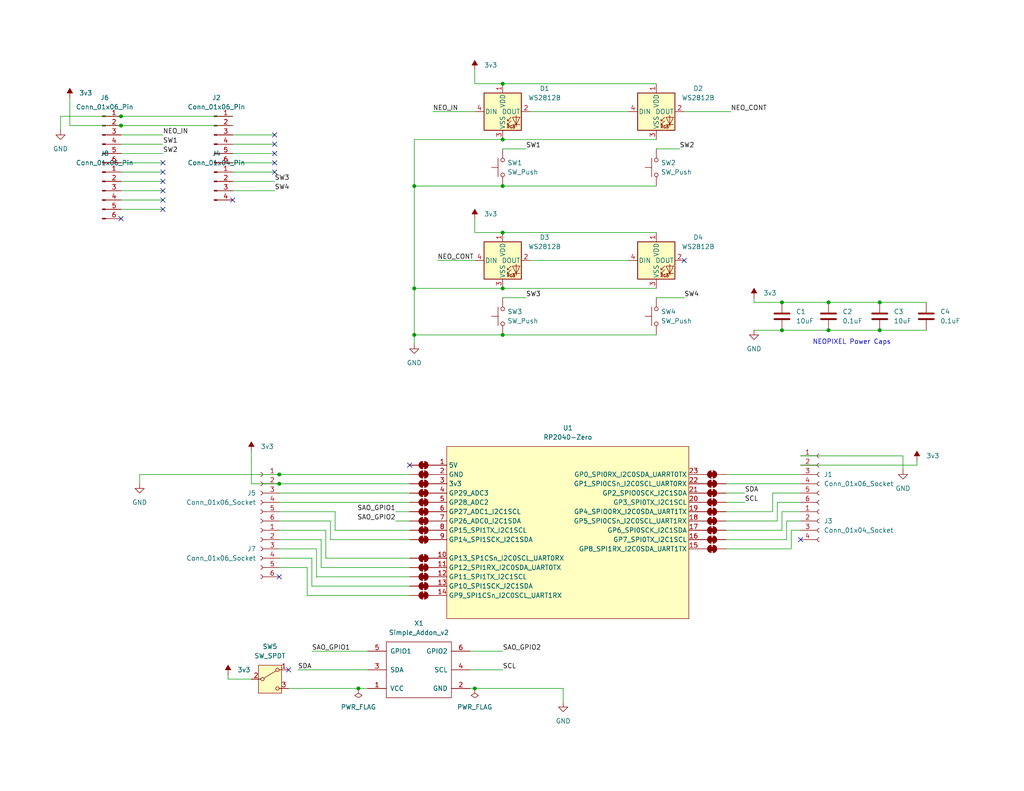
<source format=kicad_sch>
(kicad_sch (version 20231120) (generator "eeschema") (generator_version "8.0")
  (paper "A")
  (lib_symbols
    (symbol "Connector:Conn_01x04_Pin" (pin_names (offset 1.016) hide)
      (property "Reference" "J" (at 0 5.08 0))
      (property "Value" "Conn_01x04_Pin" (at 0 -7.62 0))
      (symbol "Conn_01x04_Pin_1_1"
        (polyline (pts (xy 1.27 -5.08) (xy 0.8636 -5.08)) (stroke (width 0.1524)))
        (polyline (pts (xy 1.27 -2.54) (xy 0.8636 -2.54)) (stroke (width 0.1524)))
        (polyline (pts (xy 1.27 0) (xy 0.8636 0)) (stroke (width 0.1524)))
        (polyline (pts (xy 1.27 2.54) (xy 0.8636 2.54)) (stroke (width 0.1524)))
        (rectangle (start 0.8636 -4.953) (end 0 -5.207) (stroke (width 0.1524)) (fill (type outline)))
        (rectangle (start 0.8636 -2.413) (end 0 -2.667) (stroke (width 0.1524)) (fill (type outline)))
        (rectangle (start 0.8636 0.127) (end 0 -0.127) (stroke (width 0.1524)) (fill (type outline)))
        (rectangle (start 0.8636 2.667) (end 0 2.413) (stroke (width 0.1524)) (fill (type outline)))
        (pin passive line (at 5.08 2.54 180) (length 3.81) (name "Pin_1") (number "1"))
        (pin passive line (at 5.08 0 180) (length 3.81) (name "Pin_2") (number "2"))
        (pin passive line (at 5.08 -2.54 180) (length 3.81) (name "Pin_3") (number "3"))
        (pin passive line (at 5.08 -5.08 180) (length 3.81) (name "Pin_4") (number "4"))
      )
    )
    (symbol "Connector:Conn_01x04_Socket" (pin_names (offset 1.016) hide)
      (property "Reference" "J" (at 0 5.08 0))
      (property "Value" "Conn_01x04_Socket" (at 0 -7.62 0))
      (symbol "Conn_01x04_Socket_1_1"
        (arc (start 0 -4.572) (mid -0.5058 -5.08) (end 0 -5.588) (stroke (width 0.1524)))
        (arc (start 0 -2.032) (mid -0.5058 -2.54) (end 0 -3.048) (stroke (width 0.1524)))
        (polyline (pts (xy -1.27 -5.08) (xy -0.508 -5.08)) (stroke (width 0.1524)))
        (polyline (pts (xy -1.27 -2.54) (xy -0.508 -2.54)) (stroke (width 0.1524)))
        (polyline (pts (xy -1.27 0) (xy -0.508 0)) (stroke (width 0.1524)))
        (polyline (pts (xy -1.27 2.54) (xy -0.508 2.54)) (stroke (width 0.1524)))
        (arc (start 0 0.508) (mid -0.5058 0) (end 0 -0.508) (stroke (width 0.1524)))
        (arc (start 0 3.048) (mid -0.5058 2.54) (end 0 2.032) (stroke (width 0.1524)))
        (pin passive line (at -5.08 2.54 0) (length 3.81) (name "Pin_1") (number "1"))
        (pin passive line (at -5.08 0 0) (length 3.81) (name "Pin_2") (number "2"))
        (pin passive line (at -5.08 -2.54 0) (length 3.81) (name "Pin_3") (number "3"))
        (pin passive line (at -5.08 -5.08 0) (length 3.81) (name "Pin_4") (number "4"))
      )
    )
    (symbol "Connector:Conn_01x06_Pin" (pin_names (offset 1.016) hide)
      (property "Reference" "J" (at 0 7.62 0))
      (property "Value" "Conn_01x06_Pin" (at 0 -10.16 0))
      (symbol "Conn_01x06_Pin_1_1"
        (polyline (pts (xy 1.27 -7.62) (xy 0.8636 -7.62)) (stroke (width 0.1524)))
        (polyline (pts (xy 1.27 -5.08) (xy 0.8636 -5.08)) (stroke (width 0.1524)))
        (polyline (pts (xy 1.27 -2.54) (xy 0.8636 -2.54)) (stroke (width 0.1524)))
        (polyline (pts (xy 1.27 0) (xy 0.8636 0)) (stroke (width 0.1524)))
        (polyline (pts (xy 1.27 2.54) (xy 0.8636 2.54)) (stroke (width 0.1524)))
        (polyline (pts (xy 1.27 5.08) (xy 0.8636 5.08)) (stroke (width 0.1524)))
        (rectangle (start 0.8636 -7.493) (end 0 -7.747) (stroke (width 0.1524)) (fill (type outline)))
        (rectangle (start 0.8636 -4.953) (end 0 -5.207) (stroke (width 0.1524)) (fill (type outline)))
        (rectangle (start 0.8636 -2.413) (end 0 -2.667) (stroke (width 0.1524)) (fill (type outline)))
        (rectangle (start 0.8636 0.127) (end 0 -0.127) (stroke (width 0.1524)) (fill (type outline)))
        (rectangle (start 0.8636 2.667) (end 0 2.413) (stroke (width 0.1524)) (fill (type outline)))
        (rectangle (start 0.8636 5.207) (end 0 4.953) (stroke (width 0.1524)) (fill (type outline)))
        (pin passive line (at 5.08 5.08 180) (length 3.81) (name "Pin_1") (number "1"))
        (pin passive line (at 5.08 2.54 180) (length 3.81) (name "Pin_2") (number "2"))
        (pin passive line (at 5.08 0 180) (length 3.81) (name "Pin_3") (number "3"))
        (pin passive line (at 5.08 -2.54 180) (length 3.81) (name "Pin_4") (number "4"))
        (pin passive line (at 5.08 -5.08 180) (length 3.81) (name "Pin_5") (number "5"))
        (pin passive line (at 5.08 -7.62 180) (length 3.81) (name "Pin_6") (number "6"))
      )
    )
    (symbol "Connector:Conn_01x06_Socket" (pin_names (offset 1.016) hide)
      (property "Reference" "J" (at 0 7.62 0))
      (property "Value" "Conn_01x06_Socket" (at 0 -10.16 0))
      (symbol "Conn_01x06_Socket_1_1"
        (arc (start 0 -7.112) (mid -0.5058 -7.62) (end 0 -8.128) (stroke (width 0.1524)))
        (arc (start 0 -4.572) (mid -0.5058 -5.08) (end 0 -5.588) (stroke (width 0.1524)))
        (arc (start 0 -2.032) (mid -0.5058 -2.54) (end 0 -3.048) (stroke (width 0.1524)))
        (polyline (pts (xy -1.27 -7.62) (xy -0.508 -7.62)) (stroke (width 0.1524)))
        (polyline (pts (xy -1.27 -5.08) (xy -0.508 -5.08)) (stroke (width 0.1524)))
        (polyline (pts (xy -1.27 -2.54) (xy -0.508 -2.54)) (stroke (width 0.1524)))
        (polyline (pts (xy -1.27 0) (xy -0.508 0)) (stroke (width 0.1524)))
        (polyline (pts (xy -1.27 2.54) (xy -0.508 2.54)) (stroke (width 0.1524)))
        (polyline (pts (xy -1.27 5.08) (xy -0.508 5.08)) (stroke (width 0.1524)))
        (arc (start 0 0.508) (mid -0.5058 0) (end 0 -0.508) (stroke (width 0.1524)))
        (arc (start 0 3.048) (mid -0.5058 2.54) (end 0 2.032) (stroke (width 0.1524)))
        (arc (start 0 5.588) (mid -0.5058 5.08) (end 0 4.572) (stroke (width 0.1524)))
        (pin passive line (at -5.08 5.08 0) (length 3.81) (name "Pin_1") (number "1"))
        (pin passive line (at -5.08 2.54 0) (length 3.81) (name "Pin_2") (number "2"))
        (pin passive line (at -5.08 0 0) (length 3.81) (name "Pin_3") (number "3"))
        (pin passive line (at -5.08 -2.54 0) (length 3.81) (name "Pin_4") (number "4"))
        (pin passive line (at -5.08 -5.08 0) (length 3.81) (name "Pin_5") (number "5"))
        (pin passive line (at -5.08 -7.62 0) (length 3.81) (name "Pin_6") (number "6"))
      )
    )
    (symbol "Device:C" (pin_numbers hide) (pin_names (offset 0.254))
      (property "Reference" "C" (at 0.635 2.54 0))
      (property "Value" "C" (at 0.635 -2.54 0))
      (symbol "C_0_1"
        (polyline (pts (xy -2.032 -0.762) (xy 2.032 -0.762)) (stroke (width 0.508)))
        (polyline (pts (xy -2.032 0.762) (xy 2.032 0.762)) (stroke (width 0.508)))
      )
      (symbol "C_1_1"
        (pin passive line (at 0 3.81 270) (length 2.794) (name "~") (number "1"))
        (pin passive line (at 0 -3.81 90) (length 2.794) (name "~") (number "2"))
      )
    )
    (symbol "Jumper:SolderJumper_2_Bridged" (pin_numbers hide) (pin_names (offset 0) hide) (exclude_from_sim yes) (in_bom no)
      (property "Reference" "JP" (at 0 2.032 0))
      (property "Value" "SolderJumper_2_Bridged" (at 0 -2.54 0))
      (symbol "SolderJumper_2_Bridged_0_1"
        (rectangle (start -0.508 0.508) (end 0.508 -0.508) (fill (type outline)))
        (arc (start -0.254 1.016) (mid -1.2656 0) (end -0.254 -1.016))
        (arc (start -0.254 1.016) (mid -1.2656 0) (end -0.254 -1.016) (fill (type outline)))
        (polyline (pts (xy -0.254 1.016) (xy -0.254 -1.016)))
        (polyline (pts (xy 0.254 1.016) (xy 0.254 -1.016)))
        (arc (start 0.254 -1.016) (mid 1.2656 0) (end 0.254 1.016))
        (arc (start 0.254 -1.016) (mid 1.2656 0) (end 0.254 1.016) (fill (type outline)))
      )
      (symbol "SolderJumper_2_Bridged_1_1"
        (pin passive line (at -3.81 0 0) (length 2.54) (name "A") (number "1"))
        (pin passive line (at 3.81 0 180) (length 2.54) (name "B") (number "2"))
      )
    )
    (symbol "LED:WS2812B" (pin_names (offset 0.254))
      (property "Reference" "D" (at 5.08 5.715 0))
      (property "Value" "WS2812B" (at 1.27 -5.715 0))
      (symbol "WS2812B_0_0"
        (text "RGB" (at 2.286 -4.191 0) (effects (font (size 0.762 0.762))))
      )
      (symbol "WS2812B_0_1"
        (polyline (pts (xy 1.27 -3.556) (xy 1.778 -3.556)))
        (polyline (pts (xy 1.27 -2.54) (xy 1.778 -2.54)))
        (polyline (pts (xy 4.699 -3.556) (xy 2.667 -3.556)))
        (polyline (pts (xy 2.286 -2.54) (xy 1.27 -3.556) (xy 1.27 -3.048)))
        (polyline (pts (xy 2.286 -1.524) (xy 1.27 -2.54) (xy 1.27 -2.032)))
        (polyline (pts (xy 3.683 -1.016) (xy 3.683 -3.556) (xy 3.683 -4.064)))
        (polyline (pts (xy 4.699 -1.524) (xy 2.667 -1.524) (xy 3.683 -3.556) (xy 4.699 -1.524)))
        (rectangle (start 5.08 5.08) (end -5.08 -5.08) (stroke (width 0.254)) (fill (type background)))
      )
      (symbol "WS2812B_1_1"
        (pin power_in line (at 0 7.62 270) (length 2.54) (name "VDD") (number "1"))
        (pin output line (at 7.62 0 180) (length 2.54) (name "DOUT") (number "2"))
        (pin power_in line (at 0 -7.62 90) (length 2.54) (name "VSS") (number "3"))
        (pin input line (at -7.62 0 0) (length 2.54) (name "DIN") (number "4"))
      )
    )
    (symbol "Simple_Addon_v2:Simple_Addon_v2" (pin_names (offset 1.016))
      (property "Reference" "X" (at 0 0 0))
      (property "Value" "Simple_Addon_v2" (at 0 20.32 0))
      (symbol "Simple_Addon_v2_0_1"
        (rectangle (start -7.62 8.89) (end 7.62 -8.89))
      )
      (symbol "Simple_Addon_v2_1_1"
        (pin input line (at -5.08 13.97 270) (length 5.08) (name "VCC") (number "1"))
        (pin input line (at -5.08 -13.97 90) (length 5.08) (name "GND") (number "2"))
        (pin input line (at 0 13.97 270) (length 5.08) (name "SDA") (number "3"))
        (pin input line (at 0 -13.97 90) (length 5.08) (name "SCL") (number "4"))
        (pin input line (at 5.08 13.97 270) (length 5.08) (name "GPIO1") (number "5"))
        (pin input line (at 5.08 -13.97 90) (length 5.08) (name "GPIO2") (number "6"))
      )
    )
    (symbol "Switch:SW_Push" (pin_numbers hide) (pin_names (offset 1.016) hide)
      (property "Reference" "SW" (at 1.27 2.54 0))
      (property "Value" "SW_Push" (at 0 -1.524 0))
      (symbol "SW_Push_0_1"
        (circle (center -2.032 0) (radius 0.508))
        (polyline (pts (xy 0 1.27) (xy 0 3.048)))
        (polyline (pts (xy 2.54 1.27) (xy -2.54 1.27)))
        (circle (center 2.032 0) (radius 0.508))
        (pin passive line (at -5.08 0 0) (length 2.54) (name "1") (number "1"))
        (pin passive line (at 5.08 0 180) (length 2.54) (name "2") (number "2"))
      )
    )
    (symbol "Switch:SW_SPDT" (pin_names (offset 0) hide)
      (property "Reference" "SW" (at 0 5.08 0))
      (property "Value" "SW_SPDT" (at 0 -5.08 0))
      (symbol "SW_SPDT_0_1"
        (circle (center -2.032 0) (radius 0.4572))
        (polyline (pts (xy -1.651 0.254) (xy 1.651 2.286)))
        (circle (center 2.032 -2.54) (radius 0.4572))
        (circle (center 2.032 2.54) (radius 0.4572))
      )
      (symbol "SW_SPDT_1_1"
        (rectangle (start -3.175 3.81) (end 3.175 -3.81) (fill (type background)))
        (pin passive line (at 5.08 2.54 180) (length 2.54) (name "A") (number "1"))
        (pin passive line (at -5.08 0 0) (length 2.54) (name "B") (number "2"))
        (pin passive line (at 5.08 -2.54 180) (length 2.54) (name "C") (number "3"))
      )
    )
    (symbol "WaveShare-RP2040:RP2040-Zero"
      (property "Reference" "U" (at -2.286 24.638 0))
      (property "Value" "RP2040-Zero" (at -0.254 -28.194 0))
      (symbol "RP2040-Zero_1_1"
        (rectangle (start -30.48 22.86) (end 35.56 -24.13) (fill (type background)))
        (pin power_in line (at -33.02 17.78 0) (length 2.54) (name "5V") (number "1"))
        (pin bidirectional line (at -33.02 -7.62 0) (length 2.54) (name "GP13_SP1CSn_I2C0SCL_UART0RX") (number "10"))
        (pin bidirectional line (at -33.02 -10.16 0) (length 2.54) (name "GP12_SPI1RX_I2C0SDA_UART0TX") (number "11"))
        (pin bidirectional line (at -33.02 -12.7 0) (length 2.54) (name "GP11_SPI1TX_I2C1SCL") (number "12"))
        (pin bidirectional line (at -33.02 -15.24 0) (length 2.54) (name "GP10_SPI1SCK_I2C1SDA") (number "13"))
        (pin bidirectional line (at -33.02 -17.78 0) (length 2.54) (name "GP9_SPI1CSn_I2C0SCL_UART1RX") (number "14"))
        (pin bidirectional line (at 38.1 -5.08 180) (length 2.54) (name "GP8_SPI1RX_I2C0SDA_UART1TX") (number "15"))
        (pin bidirectional line (at 38.1 -2.54 180) (length 2.54) (name "GP7_SPI0TX_I2C1SCL") (number "16"))
        (pin bidirectional line (at 38.1 0 180) (length 2.54) (name "GP6_SPI0SCK_I2C1SDA") (number "17"))
        (pin bidirectional line (at 38.1 2.54 180) (length 2.54) (name "GP5_SPI0CSn_I2C0SCL_UART1RX") (number "18"))
        (pin bidirectional line (at 38.1 5.08 180) (length 2.54) (name "GP4_SPIO0RX_I2C0SDA_UART1TX") (number "19"))
        (pin power_in line (at -33.02 15.24 0) (length 2.54) (name "GND") (number "2"))
        (pin bidirectional line (at 38.1 7.62 180) (length 2.54) (name "GP3_SPI0TX_I2C1SCL") (number "20"))
        (pin bidirectional line (at 38.1 10.16 180) (length 2.54) (name "GP2_SPIO0SCK_I2C1SDA") (number "21"))
        (pin bidirectional line (at 38.1 12.7 180) (length 2.54) (name "GP1_SPI0CSn_I2C0SCL_UART0RX") (number "22"))
        (pin bidirectional line (at 38.1 15.24 180) (length 2.54) (name "GP0_SPI0RX_I2C0SDA_UARRT0TX") (number "23"))
        (pin power_in line (at -33.02 12.7 0) (length 2.54) (name "3v3") (number "3"))
        (pin bidirectional line (at -33.02 10.16 0) (length 2.54) (name "GP29_ADC3") (number "4"))
        (pin bidirectional line (at -33.02 7.62 0) (length 2.54) (name "GP28_ADC2") (number "5"))
        (pin bidirectional line (at -33.02 5.08 0) (length 2.54) (name "GP27_ADC1_I2C1SCL") (number "6"))
        (pin bidirectional line (at -33.02 2.54 0) (length 2.54) (name "GP26_ADC0_I2C1SDA") (number "7"))
        (pin bidirectional line (at -33.02 0 0) (length 2.54) (name "GP15_SPI1TX_I2C1SCL") (number "8"))
        (pin bidirectional line (at -33.02 -2.54 0) (length 2.54) (name "GP14_SPI1SCK_I2C1SDA") (number "9"))
      )
    )
    (symbol "power:GND" (power) (pin_numbers hide) (pin_names (offset 0) hide)
      (property "Value" "GND" (at 0 -3.81 0))
      (symbol "GND_0_1"
        (polyline (pts (xy 0 0) (xy 0 -1.27) (xy 1.27 -1.27) (xy 0 -2.54) (xy -1.27 -1.27) (xy 0 -1.27)))
      )
      (symbol "GND_1_1"
        (pin power_in line (at 0 0 270) (length 0) (name "~") (number "1"))
      )
    )
    (symbol "power:PWR_FLAG" (power) (pin_numbers hide) (pin_names (offset 0) hide)
      (property "Value" "PWR_FLAG" (at 0 3.81 0))
      (symbol "PWR_FLAG_0_0"
        (pin power_out line (at 0 0 90) (length 0) (name "~") (number "1"))
      )
      (symbol "PWR_FLAG_0_1"
        (polyline (pts (xy 0 0) (xy 0 1.27) (xy -1.016 1.905) (xy 0 2.54) (xy 1.016 1.905) (xy 0 1.27)))
      )
    )
    (symbol "power:VS" (power) (pin_numbers hide) (pin_names (offset 0) hide)
      (property "Value" "VS" (at 0 3.556 0))
      (symbol "VS_0_1"
        (polyline (pts (xy 0 0) (xy 0 2.54)))
        (polyline (pts (xy 0.762 1.27) (xy -0.762 1.27) (xy 0 2.54) (xy 0.762 1.27)) (fill (type outline)))
      )
      (symbol "VS_1_1"
        (pin power_in line (at 0 0 90) (length 0) (name "~") (number "1"))
      )
    )
  )
  (junction (at 76.2 132.08))
  (junction (at 137.16 91.44))
  (junction (at 226.06 82.55))
  (junction (at 226.06 90.17))
  (junction (at 240.03 82.55))
  (junction (at 113.03 91.44))
  (junction (at 129.54 187.96))
  (junction (at 213.36 90.17))
  (junction (at 33.02 31.75))
  (junction (at 33.02 34.29))
  (junction (at 137.16 22.86))
  (junction (at 137.16 78.74))
  (junction (at 240.03 90.17))
  (junction (at 137.16 63.5))
  (junction (at 137.16 50.8))
  (junction (at 97.79 187.96))
  (junction (at 137.16 38.1))
  (junction (at 76.2 129.54))
  (junction (at 113.03 78.74))
  (junction (at 113.03 50.8))
  (junction (at 213.36 82.55))
  (no_connect (at 44.45 57.15))
  (no_connect (at 33.02 59.69))
  (no_connect (at 63.5 54.61))
  (no_connect (at 44.45 46.99))
  (no_connect (at -41.91 83.82))
  (no_connect (at 44.45 52.07))
  (no_connect (at 44.45 49.53))
  (no_connect (at 74.93 36.83))
  (no_connect (at 74.93 46.99))
  (no_connect (at 74.93 39.37))
  (no_connect (at 186.69 71.12))
  (no_connect (at 44.45 44.45))
  (no_connect (at 78.74 182.88))
  (no_connect (at 74.93 41.91))
  (no_connect (at 74.93 44.45))
  (no_connect (at 111.76 127))
  (no_connect (at 44.45 54.61))
  (no_connect (at 218.44 147.32))
  (no_connect (at 76.2 157.48))
  (wire (pts (xy 76.2 132.08) (xy 111.76 132.08)))
  (wire (pts (xy 100.33 187.96) (xy 97.79 187.96)))
  (wire (pts (xy 76.2 134.62) (xy 111.76 134.62)))
  (wire (pts (xy 33.02 57.15) (xy 44.45 57.15)))
  (wire (pts (xy 76.2 142.24) (xy 90.17 142.24)))
  (wire (pts (xy 33.02 54.61) (xy 44.45 54.61)))
  (wire (pts (xy 129.54 59.69) (xy 129.54 63.5)))
  (wire (pts (xy 33.02 34.29) (xy 63.5 34.29)))
  (wire (pts (xy 198.12 149.86) (xy 215.9 149.86)))
  (wire (pts (xy 16.51 31.75) (xy 16.51 35.56)))
  (wire (pts (xy 198.12 137.16) (xy 203.2 137.16)))
  (wire (pts (xy 137.16 81.28) (xy 143.51 81.28)))
  (wire (pts (xy 76.2 149.86) (xy 86.36 149.86)))
  (wire (pts (xy 214.63 142.24) (xy 214.63 147.32)))
  (wire (pts (xy 113.03 91.44) (xy 137.16 91.44)))
  (wire (pts (xy 186.69 30.48) (xy 199.39 30.48)))
  (wire (pts (xy 86.36 157.48) (xy 111.76 157.48)))
  (wire (pts (xy 179.07 22.86) (xy 137.16 22.86)))
  (wire (pts (xy 205.74 82.55) (xy 205.74 81.28)))
  (wire (pts (xy 63.5 52.07) (xy 74.93 52.07)))
  (wire (pts (xy 153.67 187.96) (xy 153.67 191.77)))
  (wire (pts (xy 240.03 90.17) (xy 252.73 90.17)))
  (wire (pts (xy 205.74 90.17) (xy 213.36 90.17)))
  (wire (pts (xy 215.9 149.86) (xy 215.9 144.78)))
  (wire (pts (xy 33.02 46.99) (xy 44.45 46.99)))
  (wire (pts (xy 62.23 184.15) (xy 62.23 185.42)))
  (wire (pts (xy 68.58 185.42) (xy 62.23 185.42)))
  (wire (pts (xy 226.06 82.55) (xy 213.36 82.55)))
  (wire (pts (xy 87.63 147.32) (xy 87.63 154.94)))
  (wire (pts (xy 113.03 78.74) (xy 137.16 78.74)))
  (wire (pts (xy 33.02 31.75) (xy 63.5 31.75)))
  (wire (pts (xy 128.27 182.88) (xy 137.16 182.88)))
  (wire (pts (xy 63.5 39.37) (xy 74.93 39.37)))
  (wire (pts (xy 68.58 123.19) (xy 68.58 132.08)))
  (wire (pts (xy 33.02 52.07) (xy 44.45 52.07)))
  (wire (pts (xy 137.16 63.5) (xy 129.54 63.5)))
  (wire (pts (xy 137.16 22.86) (xy 129.54 22.86)))
  (wire (pts (xy 179.07 63.5) (xy 137.16 63.5)))
  (wire (pts (xy 137.16 50.8) (xy 179.07 50.8)))
  (wire (pts (xy 88.9 152.4) (xy 88.9 144.78)))
  (wire (pts (xy 107.95 142.24) (xy 111.76 142.24)))
  (wire (pts (xy 63.5 46.99) (xy 74.93 46.99)))
  (wire (pts (xy 118.11 30.48) (xy 129.54 30.48)))
  (wire (pts (xy 33.02 41.91) (xy 44.45 41.91)))
  (wire (pts (xy 144.78 30.48) (xy 171.45 30.48)))
  (wire (pts (xy 33.02 44.45) (xy 44.45 44.45)))
  (wire (pts (xy 85.09 152.4) (xy 76.2 152.4)))
  (wire (pts (xy 212.09 137.16) (xy 212.09 142.24)))
  (wire (pts (xy 90.17 147.32) (xy 111.76 147.32)))
  (wire (pts (xy 111.76 152.4) (xy 88.9 152.4)))
  (wire (pts (xy 97.79 187.96) (xy 78.74 187.96)))
  (wire (pts (xy 198.12 144.78) (xy 213.36 144.78)))
  (wire (pts (xy 212.09 137.16) (xy 218.44 137.16)))
  (wire (pts (xy 137.16 91.44) (xy 179.07 91.44)))
  (wire (pts (xy 128.27 177.8) (xy 137.16 177.8)))
  (wire (pts (xy 33.02 49.53) (xy 44.45 49.53)))
  (wire (pts (xy 226.06 90.17) (xy 240.03 90.17)))
  (wire (pts (xy 88.9 144.78) (xy 76.2 144.78)))
  (wire (pts (xy 128.27 187.96) (xy 129.54 187.96)))
  (wire (pts (xy 33.02 39.37) (xy 44.45 39.37)))
  (wire (pts (xy 87.63 154.94) (xy 111.76 154.94)))
  (wire (pts (xy 63.5 36.83) (xy 74.93 36.83)))
  (wire (pts (xy 218.44 142.24) (xy 214.63 142.24)))
  (wire (pts (xy 210.82 139.7) (xy 210.82 134.62)))
  (wire (pts (xy 179.07 38.1) (xy 137.16 38.1)))
  (wire (pts (xy 76.2 154.94) (xy 83.82 154.94)))
  (wire (pts (xy 63.5 49.53) (xy 74.93 49.53)))
  (wire (pts (xy 250.19 127) (xy 250.19 125.73)))
  (wire (pts (xy 198.12 134.62) (xy 203.2 134.62)))
  (wire (pts (xy 85.09 160.02) (xy 85.09 152.4)))
  (wire (pts (xy 137.16 40.64) (xy 143.51 40.64)))
  (wire (pts (xy 179.07 40.64) (xy 185.42 40.64)))
  (wire (pts (xy 113.03 38.1) (xy 113.03 50.8)))
  (wire (pts (xy 240.03 82.55) (xy 226.06 82.55)))
  (wire (pts (xy 81.28 182.88) (xy 100.33 182.88)))
  (wire (pts (xy 38.1 129.54) (xy 76.2 129.54)))
  (wire (pts (xy 113.03 91.44) (xy 113.03 93.98)))
  (wire (pts (xy 213.36 90.17) (xy 226.06 90.17)))
  (wire (pts (xy 63.5 44.45) (xy 74.93 44.45)))
  (wire (pts (xy 33.02 36.83) (xy 44.45 36.83)))
  (wire (pts (xy 85.09 177.8) (xy 100.33 177.8)))
  (wire (pts (xy 252.73 82.55) (xy 240.03 82.55)))
  (wire (pts (xy 213.36 139.7) (xy 213.36 144.78)))
  (wire (pts (xy 113.03 78.74) (xy 113.03 91.44)))
  (wire (pts (xy 86.36 149.86) (xy 86.36 157.48)))
  (wire (pts (xy 198.12 129.54) (xy 218.44 129.54)))
  (wire (pts (xy 179.07 81.28) (xy 186.69 81.28)))
  (wire (pts (xy 113.03 50.8) (xy 113.03 78.74)))
  (wire (pts (xy 38.1 129.54) (xy 38.1 132.08)))
  (wire (pts (xy 137.16 50.8) (xy 113.03 50.8)))
  (wire (pts (xy 137.16 38.1) (xy 113.03 38.1)))
  (wire (pts (xy 76.2 147.32) (xy 87.63 147.32)))
  (wire (pts (xy 83.82 162.56) (xy 111.76 162.56)))
  (wire (pts (xy 213.36 139.7) (xy 218.44 139.7)))
  (wire (pts (xy 215.9 144.78) (xy 218.44 144.78)))
  (wire (pts (xy 76.2 129.54) (xy 111.76 129.54)))
  (wire (pts (xy 16.51 31.75) (xy 33.02 31.75)))
  (wire (pts (xy 76.2 139.7) (xy 91.44 139.7)))
  (wire (pts (xy 76.2 137.16) (xy 111.76 137.16)))
  (wire (pts (xy 19.05 34.29) (xy 33.02 34.29)))
  (wire (pts (xy 91.44 144.78) (xy 91.44 139.7)))
  (wire (pts (xy 137.16 78.74) (xy 179.07 78.74)))
  (wire (pts (xy 213.36 82.55) (xy 205.74 82.55)))
  (wire (pts (xy 218.44 124.46) (xy 246.38 124.46)))
  (wire (pts (xy 111.76 144.78) (xy 91.44 144.78)))
  (wire (pts (xy 218.44 127) (xy 250.19 127)))
  (wire (pts (xy 210.82 134.62) (xy 218.44 134.62)))
  (wire (pts (xy 129.54 19.05) (xy 129.54 22.86)))
  (wire (pts (xy 83.82 154.94) (xy 83.82 162.56)))
  (wire (pts (xy 212.09 142.24) (xy 198.12 142.24)))
  (wire (pts (xy 246.38 124.46) (xy 246.38 128.27)))
  (wire (pts (xy 107.95 139.7) (xy 111.76 139.7)))
  (wire (pts (xy 198.12 139.7) (xy 210.82 139.7)))
  (wire (pts (xy 19.05 34.29) (xy 19.05 26.67)))
  (wire (pts (xy 111.76 160.02) (xy 85.09 160.02)))
  (wire (pts (xy 129.54 187.96) (xy 153.67 187.96)))
  (wire (pts (xy 119.38 71.12) (xy 129.54 71.12)))
  (wire (pts (xy 63.5 41.91) (xy 74.93 41.91)))
  (wire (pts (xy 90.17 142.24) (xy 90.17 147.32)))
  (wire (pts (xy 198.12 132.08) (xy 218.44 132.08)))
  (wire (pts (xy 198.12 147.32) (xy 214.63 147.32)))
  (wire (pts (xy 68.58 132.08) (xy 76.2 132.08)))
  (wire (pts (xy 144.78 71.12) (xy 171.45 71.12)))
  (text "NEOPIXEL Power Caps" (at 232.41 93.472 0) (effects (font (size 1.27 1.27))))
  (label "SAO_GPIO1" (at 85.09 177.8 0))
  (label "SW4" (at 74.93 52.07 0))
  (label "SW3" (at 74.93 49.53 0))
  (label "NEO_IN" (at 118.11 30.48 0))
  (label "SDA" (at 203.2 134.62 0))
  (label "SCL" (at 137.16 182.88 0))
  (label "SCL" (at 203.2 137.16 0))
  (label "SW3" (at 143.51 81.28 0))
  (label "SW2" (at 44.45 41.91 0))
  (label "SW1" (at 44.45 39.37 0))
  (label "SAO_GPIO2" (at 107.95 142.24 180))
  (label "NEO_CONT" (at 119.38 71.12 0))
  (label "SDA" (at 81.28 182.88 0))
  (label "SAO_GPIO1" (at 107.95 139.7 180))
  (label "SW2" (at 185.42 40.64 0))
  (label "SW1" (at 143.51 40.64 0))
  (label "SAO_GPIO2" (at 137.16 177.8 0))
  (label "SW4" (at 186.69 81.28 0))
  (label "NEO_IN" (at 44.45 36.83 0))
  (label "NEO_CONT" (at 199.39 30.48 0))
  (symbol (lib_id "Connector:Conn_01x06_Socket") (at 71.12 134.62 0) (mirror y) (unit 1)
    (property "Reference" "J5" (at 69.85 134.6199 0) (effects (justify left)))
    (property "Value" "Conn_01x06_Socket" (at 69.85 137.1599 0) (effects (justify left)))
    (property "Footprint" "Connector_PinSocket_2.54mm:PinSocket_1x06_P2.54mm_Vertical" (effects (hide yes)))
    (property "Description" "Generic connector, single row, 01x06, script generated" (effects (hide yes)))
  )
  (symbol (lib_id "power:PWR_FLAG") (at 97.79 187.96 180) (unit 1)
    (property "Reference" "#FLG02" (effects (hide yes)))
    (property "Value" "PWR_FLAG" (at 97.79 193.04 0))
    (property "Description" "Special symbol for telling ERC where power comes from" (effects (hide yes)))
  )
  (symbol (lib_id "power:GND") (at 38.1 132.08 0) (unit 1)
    (property "Reference" "#PWR09" (effects (hide yes)))
    (property "Value" "GND" (at 38.1 137.16 0))
    (property "Description" "Power symbol creates a global label with name \"GND\" , ground" (effects (hide yes)))
  )
  (symbol (lib_id "Switch:SW_Push") (at 179.07 45.72 90) (unit 1)
    (property "Reference" "SW2" (at 180.34 44.4499 90) (effects (justify right)))
    (property "Value" "SW_Push" (at 180.34 46.9899 90) (effects (justify right)))
    (property "Footprint" "Adafruit-NeoKey-1x4-PCB-KiCad:KAILH_SOCKET" (effects (hide yes)))
    (property "Description" "Push button switch, generic, two pins" (effects (hide yes)))
  )
  (symbol (lib_id "WaveShare-RP2040:RP2040-Zero") (at 152.4 144.78 0) (unit 1)
    (property "Reference" "U1" (at 154.94 116.84 0))
    (property "Value" "RP2040-Zero" (at 154.94 119.38 0))
    (property "Footprint" "WaveShare-RP2040:RP2040-Zero-PinHeaders" (effects (hide yes)))
    (property "Datasheet" "https://www.waveshare.com/wiki/RP2040-Zero" (effects (hide yes)))
  )
  (symbol (lib_id "Jumper:SolderJumper_2_Bridged") (at 194.31 147.32 0) (unit 1) (exclude_from_sim yes) (in_bom no)
    (property "Reference" "JP22" (effects (hide yes)))
    (property "Value" "SolderJumper_2_Bridged" (effects (hide yes)))
    (property "Footprint" "Jumper:SolderJumper-2_P1.3mm_Bridged2Bar_Pad1.0x1.5mm" (effects (hide yes)))
    (property "Description" "Solder Jumper, 2-pole, closed/bridged" (effects (hide yes)))
  )
  (symbol (lib_id "Jumper:SolderJumper_2_Bridged") (at 115.57 152.4 0) (unit 1) (exclude_from_sim yes) (in_bom no)
    (property "Reference" "JP10" (effects (hide yes)))
    (property "Value" "SolderJumper_2_Bridged" (effects (hide yes)))
    (property "Footprint" "Jumper:SolderJumper-2_P1.3mm_Bridged2Bar_Pad1.0x1.5mm" (effects (hide yes)))
    (property "Description" "Solder Jumper, 2-pole, closed/bridged" (effects (hide yes)))
  )
  (symbol (lib_id "Jumper:SolderJumper_2_Bridged") (at 115.57 147.32 0) (unit 1) (exclude_from_sim yes) (in_bom no)
    (property "Reference" "JP9" (effects (hide yes)))
    (property "Value" "SolderJumper_2_Bridged" (effects (hide yes)))
    (property "Footprint" "Jumper:SolderJumper-2_P1.3mm_Bridged2Bar_Pad1.0x1.5mm" (effects (hide yes)))
    (property "Description" "Solder Jumper, 2-pole, closed/bridged" (effects (hide yes)))
  )
  (symbol (lib_id "Switch:SW_Push") (at 179.07 86.36 90) (unit 1)
    (property "Reference" "SW4" (at 180.34 85.0899 90) (effects (justify right)))
    (property "Value" "SW_Push" (at 180.34 87.6299 90) (effects (justify right)))
    (property "Footprint" "Adafruit-NeoKey-1x4-PCB-KiCad:KAILH_SOCKET" (effects (hide yes)))
    (property "Description" "Push button switch, generic, two pins" (effects (hide yes)))
  )
  (symbol (lib_id "Connector:Conn_01x06_Socket") (at 71.12 149.86 0) (mirror y) (unit 1)
    (property "Reference" "J7" (at 69.85 149.8599 0) (effects (justify left)))
    (property "Value" "Conn_01x06_Socket" (at 69.85 152.3999 0) (effects (justify left)))
    (property "Footprint" "Connector_PinSocket_2.54mm:PinSocket_1x06_P2.54mm_Vertical" (effects (hide yes)))
    (property "Description" "Generic connector, single row, 01x06, script generated" (effects (hide yes)))
  )
  (symbol (lib_id "power:PWR_FLAG") (at 129.54 187.96 180) (unit 1)
    (property "Reference" "#FLG01" (effects (hide yes)))
    (property "Value" "PWR_FLAG" (at 129.54 193.04 0))
    (property "Description" "Special symbol for telling ERC where power comes from" (effects (hide yes)))
  )
  (symbol (lib_id "Jumper:SolderJumper_2_Bridged") (at 194.31 134.62 0) (unit 1) (exclude_from_sim yes) (in_bom no)
    (property "Reference" "JP17" (effects (hide yes)))
    (property "Value" "SolderJumper_2_Bridged" (effects (hide yes)))
    (property "Footprint" "Jumper:SolderJumper-2_P1.3mm_Bridged2Bar_Pad1.0x1.5mm" (effects (hide yes)))
    (property "Description" "Solder Jumper, 2-pole, closed/bridged" (effects (hide yes)))
  )
  (symbol (lib_id "Jumper:SolderJumper_2_Bridged") (at 115.57 139.7 0) (unit 1) (exclude_from_sim yes) (in_bom no)
    (property "Reference" "JP6" (effects (hide yes)))
    (property "Value" "SolderJumper_2_Bridged" (effects (hide yes)))
    (property "Footprint" "Jumper:SolderJumper-2_P1.3mm_Bridged2Bar_Pad1.0x1.5mm" (effects (hide yes)))
    (property "Description" "Solder Jumper, 2-pole, closed/bridged" (effects (hide yes)))
  )
  (symbol (lib_id "Connector:Conn_01x06_Pin") (at 27.94 36.83 0) (unit 1)
    (property "Reference" "J6" (at 28.575 26.67 0))
    (property "Value" "Conn_01x06_Pin" (at 28.575 29.21 0))
    (property "Footprint" "Connector_PinHeader_2.54mm:PinHeader_1x06_P2.54mm_Vertical" (effects (hide yes)))
    (property "Description" "Generic connector, single row, 01x06, script generated" (effects (hide yes)))
  )
  (symbol (lib_id "power:VS") (at 205.74 81.28 0) (unit 1)
    (property "Reference" "#PWR013" (effects (hide yes)))
    (property "Value" "3v3" (at 208.28 80.0099 0) (effects (justify left)))
    (property "Description" "Power symbol creates a global label with name \"VS\"" (effects (hide yes)))
  )
  (symbol (lib_id "power:VS") (at 19.05 26.67 0) (unit 1)
    (property "Reference" "#PWR04" (effects (hide yes)))
    (property "Value" "3v3" (at 21.59 25.3999 0) (effects (justify left)))
    (property "Description" "Power symbol creates a global label with name \"VS\"" (effects (hide yes)))
  )
  (symbol (lib_id "Jumper:SolderJumper_2_Bridged") (at 115.57 129.54 0) (unit 1) (exclude_from_sim yes) (in_bom no)
    (property "Reference" "JP2" (effects (hide yes)))
    (property "Value" "SolderJumper_2_Bridged" (effects (hide yes)))
    (property "Footprint" "Jumper:SolderJumper-2_P1.3mm_Bridged2Bar_Pad1.0x1.5mm" (effects (hide yes)))
    (property "Description" "Solder Jumper, 2-pole, closed/bridged" (effects (hide yes)))
  )
  (symbol (lib_id "power:GND") (at 153.67 191.77 0) (unit 1)
    (property "Reference" "#PWR03" (effects (hide yes)))
    (property "Value" "GND" (at 153.67 196.85 0))
    (property "Description" "Power symbol creates a global label with name \"GND\" , ground" (effects (hide yes)))
  )
  (symbol (lib_id "Jumper:SolderJumper_2_Bridged") (at 115.57 132.08 0) (unit 1) (exclude_from_sim yes) (in_bom no)
    (property "Reference" "JP3" (effects (hide yes)))
    (property "Value" "SolderJumper_2_Bridged" (effects (hide yes)))
    (property "Footprint" "Jumper:SolderJumper-2_P1.3mm_Bridged2Bar_Pad1.0x1.5mm" (effects (hide yes)))
    (property "Description" "Solder Jumper, 2-pole, closed/bridged" (effects (hide yes)))
  )
  (symbol (lib_id "Jumper:SolderJumper_2_Bridged") (at 115.57 154.94 0) (unit 1) (exclude_from_sim yes) (in_bom no)
    (property "Reference" "JP11" (effects (hide yes)))
    (property "Value" "SolderJumper_2_Bridged" (effects (hide yes)))
    (property "Footprint" "Jumper:SolderJumper-2_P1.3mm_Bridged2Bar_Pad1.0x1.5mm" (effects (hide yes)))
    (property "Description" "Solder Jumper, 2-pole, closed/bridged" (effects (hide yes)))
  )
  (symbol (lib_id "Connector:Conn_01x06_Socket") (at 223.52 129.54 0) (unit 1)
    (property "Reference" "J1" (at 224.79 129.5399 0) (effects (justify left)))
    (property "Value" "Conn_01x06_Socket" (at 224.79 132.0799 0) (effects (justify left)))
    (property "Footprint" "Connector_PinSocket_2.54mm:PinSocket_1x06_P2.54mm_Vertical" (effects (hide yes)))
    (property "Description" "Generic connector, single row, 01x06, script generated" (effects (hide yes)))
  )
  (symbol (lib_id "Connector:Conn_01x06_Pin") (at 58.42 36.83 0) (unit 1)
    (property "Reference" "J2" (at 59.055 26.67 0))
    (property "Value" "Conn_01x06_Pin" (at 59.055 29.21 0))
    (property "Footprint" "Connector_PinHeader_2.54mm:PinHeader_1x06_P2.54mm_Vertical" (effects (hide yes)))
    (property "Description" "Generic connector, single row, 01x06, script generated" (effects (hide yes)))
  )
  (symbol (lib_id "power:VS") (at 129.54 59.69 0) (unit 1)
    (property "Reference" "#PWR08" (effects (hide yes)))
    (property "Value" "3v3" (at 132.08 58.4199 0) (effects (justify left)))
    (property "Description" "Power symbol creates a global label with name \"VS\"" (effects (hide yes)))
  )
  (symbol (lib_id "Jumper:SolderJumper_2_Bridged") (at 115.57 137.16 0) (unit 1) (exclude_from_sim yes) (in_bom no)
    (property "Reference" "JP5" (effects (hide yes)))
    (property "Value" "SolderJumper_2_Bridged" (effects (hide yes)))
    (property "Footprint" "Jumper:SolderJumper-2_P1.3mm_Bridged2Bar_Pad1.0x1.5mm" (effects (hide yes)))
    (property "Description" "Solder Jumper, 2-pole, closed/bridged" (effects (hide yes)))
  )
  (symbol (lib_id "Jumper:SolderJumper_2_Bridged") (at 194.31 132.08 0) (unit 1) (exclude_from_sim yes) (in_bom no)
    (property "Reference" "JP16" (effects (hide yes)))
    (property "Value" "SolderJumper_2_Bridged" (effects (hide yes)))
    (property "Footprint" "Jumper:SolderJumper-2_P1.3mm_Bridged2Bar_Pad1.0x1.5mm" (effects (hide yes)))
    (property "Description" "Solder Jumper, 2-pole, closed/bridged" (effects (hide yes)))
  )
  (symbol (lib_id "Jumper:SolderJumper_2_Bridged") (at 194.31 149.86 0) (unit 1) (exclude_from_sim yes) (in_bom no)
    (property "Reference" "JP23" (effects (hide yes)))
    (property "Value" "SolderJumper_2_Bridged" (effects (hide yes)))
    (property "Footprint" "Jumper:SolderJumper-2_P1.3mm_Bridged2Bar_Pad1.0x1.5mm" (effects (hide yes)))
    (property "Description" "Solder Jumper, 2-pole, closed/bridged" (effects (hide yes)))
  )
  (symbol (lib_id "Jumper:SolderJumper_2_Bridged") (at 115.57 127 0) (unit 1) (exclude_from_sim yes) (in_bom no)
    (property "Reference" "JP1" (effects (hide yes)))
    (property "Value" "SolderJumper_2_Bridged" (effects (hide yes)))
    (property "Footprint" "Jumper:SolderJumper-2_P1.3mm_Bridged2Bar_Pad1.0x1.5mm" (effects (hide yes)))
    (property "Description" "Solder Jumper, 2-pole, closed/bridged" (effects (hide yes)))
  )
  (symbol (lib_id "Simple_Addon_v2:Simple_Addon_v2") (at 114.3 182.88 90) (unit 1)
    (property "Reference" "X1" (at 114.3 170.18 90))
    (property "Value" "Simple_Addon_v2" (at 114.3 172.72 90))
    (property "Footprint" "Simple_Addon_v2:Simple_Addon_v2-SAO-2x3" (effects (hide yes)))
  )
  (symbol (lib_id "Jumper:SolderJumper_2_Bridged") (at 194.31 142.24 0) (unit 1) (exclude_from_sim yes) (in_bom no)
    (property "Reference" "JP20" (effects (hide yes)))
    (property "Value" "SolderJumper_2_Bridged" (effects (hide yes)))
    (property "Footprint" "Jumper:SolderJumper-2_P1.3mm_Bridged2Bar_Pad1.0x1.5mm" (effects (hide yes)))
    (property "Description" "Solder Jumper, 2-pole, closed/bridged" (effects (hide yes)))
  )
  (symbol (lib_id "power:GND") (at 205.74 90.17 0) (unit 1)
    (property "Reference" "#PWR012" (effects (hide yes)))
    (property "Value" "GND" (at 205.74 95.25 0))
    (property "Description" "Power symbol creates a global label with name \"GND\" , ground" (effects (hide yes)))
  )
  (symbol (lib_id "power:VS") (at 129.54 19.05 0) (unit 1)
    (property "Reference" "#PWR07" (effects (hide yes)))
    (property "Value" "3v3" (at 132.08 17.7799 0) (effects (justify left)))
    (property "Description" "Power symbol creates a global label with name \"VS\"" (effects (hide yes)))
  )
  (symbol (lib_id "Connector:Conn_01x06_Pin") (at 27.94 52.07 0) (unit 1)
    (property "Reference" "J8" (at 28.575 41.91 0))
    (property "Value" "Conn_01x06_Pin" (at 28.575 44.45 0))
    (property "Footprint" "Connector_PinHeader_2.54mm:PinHeader_1x06_P2.54mm_Vertical" (effects (hide yes)))
    (property "Description" "Generic connector, single row, 01x06, script generated" (effects (hide yes)))
  )
  (symbol (lib_id "Jumper:SolderJumper_2_Bridged") (at 115.57 162.56 0) (unit 1) (exclude_from_sim yes) (in_bom no)
    (property "Reference" "JP14" (effects (hide yes)))
    (property "Value" "SolderJumper_2_Bridged" (effects (hide yes)))
    (property "Footprint" "Jumper:SolderJumper-2_P1.3mm_Bridged2Bar_Pad1.0x1.5mm" (effects (hide yes)))
    (property "Description" "Solder Jumper, 2-pole, closed/bridged" (effects (hide yes)))
  )
  (symbol (lib_id "power:GND") (at 246.38 128.27 0) (unit 1)
    (property "Reference" "#PWR010" (effects (hide yes)))
    (property "Value" "GND" (at 246.38 133.35 0))
    (property "Description" "Power symbol creates a global label with name \"GND\" , ground" (effects (hide yes)))
  )
  (symbol (lib_id "Connector:Conn_01x04_Pin") (at 58.42 49.53 0) (unit 1)
    (property "Reference" "J4" (at 59.055 41.91 0))
    (property "Value" "Conn_01x04_Pin" (at 59.055 44.45 0))
    (property "Footprint" "Connector_PinHeader_2.54mm:PinHeader_1x04_P2.54mm_Vertical" (effects (hide yes)))
    (property "Description" "Generic connector, single row, 01x04, script generated" (effects (hide yes)))
  )
  (symbol (lib_id "Device:C") (at 252.73 86.36 0) (unit 1)
    (property "Reference" "C4" (at 256.54 85.0899 0) (effects (justify left)))
    (property "Value" "0.1uF" (at 256.54 87.6299 0) (effects (justify left)))
    (property "Footprint" "Capacitor_SMD:C_0603_1608Metric" (effects (hide yes)))
    (property "Description" "Unpolarized capacitor" (effects (hide yes)))
  )
  (symbol (lib_id "Connector:Conn_01x04_Socket") (at 223.52 142.24 0) (unit 1)
    (property "Reference" "J3" (at 224.79 142.2399 0) (effects (justify left)))
    (property "Value" "Conn_01x04_Socket" (at 224.79 144.7799 0) (effects (justify left)))
    (property "Footprint" "Connector_PinSocket_2.54mm:PinSocket_1x04_P2.54mm_Vertical" (effects (hide yes)))
    (property "Description" "Generic connector, single row, 01x04, script generated" (effects (hide yes)))
  )
  (symbol (lib_id "power:GND") (at 16.51 35.56 0) (unit 1)
    (property "Reference" "#PWR02" (effects (hide yes)))
    (property "Value" "GND" (at 16.51 40.64 0))
    (property "Description" "Power symbol creates a global label with name \"GND\" , ground" (effects (hide yes)))
  )
  (symbol (lib_id "LED:WS2812B") (at 179.07 30.48 0) (unit 1)
    (property "Reference" "D2" (at 190.5 24.1614 0))
    (property "Value" "WS2812B" (at 190.5 26.7014 0))
    (property "Footprint" "2x2-SAO:NEO3535_REVERSE" (effects (hide yes)))
    (property "Datasheet" "https://cdn-shop.adafruit.com/datasheets/WS2812B.pdf" (effects (hide yes)))
    (property "Description" "RGB LED with integrated controller" (effects (hide yes)))
  )
  (symbol (lib_id "Jumper:SolderJumper_2_Bridged") (at 194.31 144.78 0) (unit 1) (exclude_from_sim yes) (in_bom no)
    (property "Reference" "JP21" (effects (hide yes)))
    (property "Value" "SolderJumper_2_Bridged" (effects (hide yes)))
    (property "Footprint" "Jumper:SolderJumper-2_P1.3mm_Bridged2Bar_Pad1.0x1.5mm" (effects (hide yes)))
    (property "Description" "Solder Jumper, 2-pole, closed/bridged" (effects (hide yes)))
  )
  (symbol (lib_id "LED:WS2812B") (at 137.16 71.12 0) (unit 1)
    (property "Reference" "D3" (at 148.59 64.8014 0))
    (property "Value" "WS2812B" (at 148.59 67.3414 0))
    (property "Footprint" "2x2-SAO:NEO3535_REVERSE" (effects (hide yes)))
    (property "Datasheet" "https://cdn-shop.adafruit.com/datasheets/WS2812B.pdf" (effects (hide yes)))
    (property "Description" "RGB LED with integrated controller" (effects (hide yes)))
  )
  (symbol (lib_id "Jumper:SolderJumper_2_Bridged") (at 115.57 134.62 0) (unit 1) (exclude_from_sim yes) (in_bom no)
    (property "Reference" "JP4" (effects (hide yes)))
    (property "Value" "SolderJumper_2_Bridged" (effects (hide yes)))
    (property "Footprint" "Jumper:SolderJumper-2_P1.3mm_Bridged2Bar_Pad1.0x1.5mm" (effects (hide yes)))
    (property "Description" "Solder Jumper, 2-pole, closed/bridged" (effects (hide yes)))
  )
  (symbol (lib_id "Device:C") (at 213.36 86.36 180) (unit 1)
    (property "Reference" "C1" (at 217.17 85.0899 0) (effects (justify right)))
    (property "Value" "10uF" (at 217.17 87.6299 0) (effects (justify right)))
    (property "Footprint" "Capacitor_SMD:C_0805_2012Metric" (effects (hide yes)))
    (property "Description" "Unpolarized capacitor" (effects (hide yes)))
  )
  (symbol (lib_id "Jumper:SolderJumper_2_Bridged") (at 115.57 160.02 0) (unit 1) (exclude_from_sim yes) (in_bom no)
    (property "Reference" "JP13" (effects (hide yes)))
    (property "Value" "SolderJumper_2_Bridged" (effects (hide yes)))
    (property "Footprint" "Jumper:SolderJumper-2_P1.3mm_Bridged2Bar_Pad1.0x1.5mm" (effects (hide yes)))
    (property "Description" "Solder Jumper, 2-pole, closed/bridged" (effects (hide yes)))
  )
  (symbol (lib_id "Switch:SW_Push") (at 137.16 86.36 90) (unit 1)
    (property "Reference" "SW3" (at 138.43 85.0899 90) (effects (justify right)))
    (property "Value" "SW_Push" (at 138.43 87.6299 90) (effects (justify right)))
    (property "Footprint" "Adafruit-NeoKey-1x4-PCB-KiCad:KAILH_SOCKET" (effects (hide yes)))
    (property "Description" "Push button switch, generic, two pins" (effects (hide yes)))
  )
  (symbol (lib_id "Jumper:SolderJumper_2_Bridged") (at 115.57 144.78 0) (unit 1) (exclude_from_sim yes) (in_bom no)
    (property "Reference" "JP8" (effects (hide yes)))
    (property "Value" "SolderJumper_2_Bridged" (effects (hide yes)))
    (property "Footprint" "Jumper:SolderJumper-2_P1.3mm_Bridged2Bar_Pad1.0x1.5mm" (effects (hide yes)))
    (property "Description" "Solder Jumper, 2-pole, closed/bridged" (effects (hide yes)))
  )
  (symbol (lib_id "Switch:SW_SPDT") (at 73.66 185.42 0) (unit 1)
    (property "Reference" "SW5" (at 73.66 176.53 0))
    (property "Value" "SW_SPDT" (at 73.66 179.07 0))
    (property "Footprint" "Button_Switch_SMD:SW_SPDT_PCM12" (effects (hide yes)))
    (property "Description" "Switch, single pole double throw" (effects (hide yes)))
  )
  (symbol (lib_id "Device:C") (at 240.03 86.36 180) (unit 1)
    (property "Reference" "C3" (at 243.84 85.0899 0) (effects (justify right)))
    (property "Value" "10uF" (at 243.84 87.6299 0) (effects (justify right)))
    (property "Footprint" "Capacitor_SMD:C_0805_2012Metric" (effects (hide yes)))
    (property "Description" "Unpolarized capacitor" (effects (hide yes)))
  )
  (symbol (lib_id "Jumper:SolderJumper_2_Bridged") (at 115.57 142.24 0) (unit 1) (exclude_from_sim yes) (in_bom no)
    (property "Reference" "JP7" (effects (hide yes)))
    (property "Value" "SolderJumper_2_Bridged" (effects (hide yes)))
    (property "Footprint" "Jumper:SolderJumper-2_P1.3mm_Bridged2Bar_Pad1.0x1.5mm" (effects (hide yes)))
    (property "Description" "Solder Jumper, 2-pole, closed/bridged" (effects (hide yes)))
  )
  (symbol (lib_id "LED:WS2812B") (at 137.16 30.48 0) (unit 1)
    (property "Reference" "D1" (at 148.59 24.1614 0))
    (property "Value" "WS2812B" (at 148.59 26.7014 0))
    (property "Footprint" "2x2-SAO:NEO3535_REVERSE" (effects (hide yes)))
    (property "Datasheet" "https://cdn-shop.adafruit.com/datasheets/WS2812B.pdf" (effects (hide yes)))
    (property "Description" "RGB LED with integrated controller" (effects (hide yes)))
  )
  (symbol (lib_id "Switch:SW_Push") (at 137.16 45.72 90) (unit 1)
    (property "Reference" "SW1" (at 138.43 44.4499 90) (effects (justify right)))
    (property "Value" "SW_Push" (at 138.43 46.9899 90) (effects (justify right)))
    (property "Footprint" "Adafruit-NeoKey-1x4-PCB-KiCad:KAILH_SOCKET" (effects (hide yes)))
    (property "Description" "Push button switch, generic, two pins" (effects (hide yes)))
  )
  (symbol (lib_id "Device:C") (at 226.06 86.36 0) (unit 1)
    (property "Reference" "C2" (at 229.87 85.0899 0) (effects (justify left)))
    (property "Value" "0.1uF" (at 229.87 87.6299 0) (effects (justify left)))
    (property "Footprint" "Capacitor_SMD:C_0603_1608Metric" (effects (hide yes)))
    (property "Description" "Unpolarized capacitor" (effects (hide yes)))
  )
  (symbol (lib_id "power:VS") (at 250.19 125.73 0) (unit 1)
    (property "Reference" "#PWR011" (effects (hide yes)))
    (property "Value" "3v3" (at 252.73 124.4599 0) (effects (justify left)))
    (property "Description" "Power symbol creates a global label with name \"VS\"" (effects (hide yes)))
  )
  (symbol (lib_id "power:GND") (at 113.03 93.98 0) (unit 1)
    (property "Reference" "#PWR05" (effects (hide yes)))
    (property "Value" "GND" (at 113.03 99.06 0))
    (property "Description" "Power symbol creates a global label with name \"GND\" , ground" (effects (hide yes)))
  )
  (symbol (lib_id "Jumper:SolderJumper_2_Bridged") (at 194.31 129.54 0) (unit 1) (exclude_from_sim yes) (in_bom no)
    (property "Reference" "JP15" (effects (hide yes)))
    (property "Value" "SolderJumper_2_Bridged" (effects (hide yes)))
    (property "Footprint" "Jumper:SolderJumper-2_P1.3mm_Bridged2Bar_Pad1.0x1.5mm" (effects (hide yes)))
    (property "Description" "Solder Jumper, 2-pole, closed/bridged" (effects (hide yes)))
  )
  (symbol (lib_id "LED:WS2812B") (at 179.07 71.12 0) (unit 1)
    (property "Reference" "D4" (at 190.5 64.8014 0))
    (property "Value" "WS2812B" (at 190.5 67.3414 0))
    (property "Footprint" "2x2-SAO:NEO3535_REVERSE" (effects (hide yes)))
    (property "Datasheet" "https://cdn-shop.adafruit.com/datasheets/WS2812B.pdf" (effects (hide yes)))
    (property "Description" "RGB LED with integrated controller" (effects (hide yes)))
  )
  (symbol (lib_id "Jumper:SolderJumper_2_Bridged") (at 194.31 139.7 0) (unit 1) (exclude_from_sim yes) (in_bom no)
    (property "Reference" "JP19" (effects (hide yes)))
    (property "Value" "SolderJumper_2_Bridged" (effects (hide yes)))
    (property "Footprint" "Jumper:SolderJumper-2_P1.3mm_Bridged2Bar_Pad1.0x1.5mm" (effects (hide yes)))
    (property "Description" "Solder Jumper, 2-pole, closed/bridged" (effects (hide yes)))
  )
  (symbol (lib_id "Jumper:SolderJumper_2_Bridged") (at 115.57 157.48 0) (unit 1) (exclude_from_sim yes) (in_bom no)
    (property "Reference" "JP12" (effects (hide yes)))
    (property "Value" "SolderJumper_2_Bridged" (effects (hide yes)))
    (property "Footprint" "Jumper:SolderJumper-2_P1.3mm_Bridged2Bar_Pad1.0x1.5mm" (effects (hide yes)))
    (property "Description" "Solder Jumper, 2-pole, closed/bridged" (effects (hide yes)))
  )
  (symbol (lib_id "Jumper:SolderJumper_2_Bridged") (at 194.31 137.16 0) (unit 1) (exclude_from_sim yes) (in_bom no)
    (property "Reference" "JP18" (effects (hide yes)))
    (property "Value" "SolderJumper_2_Bridged" (effects (hide yes)))
    (property "Footprint" "Jumper:SolderJumper-2_P1.3mm_Bridged2Bar_Pad1.0x1.5mm" (effects (hide yes)))
    (property "Description" "Solder Jumper, 2-pole, closed/bridged" (effects (hide yes)))
  )
  (symbol (lib_id "power:VS") (at 62.23 184.15 0) (unit 1)
    (property "Reference" "#PWR01" (effects (hide yes)))
    (property "Value" "3v3" (at 64.77 182.8799 0) (effects (justify left)))
    (property "Description" "Power symbol creates a global label with name \"VS\"" (effects (hide yes)))
  )
  (symbol (lib_id "power:VS") (at 68.58 123.19 0) (unit 1)
    (property "Reference" "#PWR06" (effects (hide yes)))
    (property "Value" "3v3" (at 71.12 121.9199 0) (effects (justify left)))
    (property "Description" "Power symbol creates a global label with name \"VS\"" (effects (hide yes)))
  )
)
</source>
